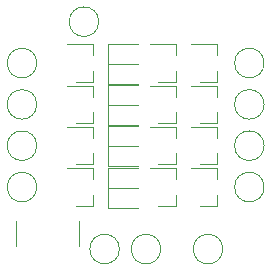
<source format=gto>
%TF.GenerationSoftware,KiCad,Pcbnew,(5.1.9)-1*%
%TF.CreationDate,2022-09-16T17:22:15+02:00*%
%TF.ProjectId,increment,696e6372-656d-4656-9e74-2e6b69636164,rev?*%
%TF.SameCoordinates,Original*%
%TF.FileFunction,Legend,Top*%
%TF.FilePolarity,Positive*%
%FSLAX46Y46*%
G04 Gerber Fmt 4.6, Leading zero omitted, Abs format (unit mm)*
G04 Created by KiCad (PCBNEW (5.1.9)-1) date 2022-09-16 17:22:15*
%MOMM*%
%LPD*%
G01*
G04 APERTURE LIST*
%ADD10C,0.120000*%
%ADD11R,0.600000X0.450000*%
%ADD12R,0.900000X0.800000*%
%ADD13C,2.000000*%
%ADD14R,0.900000X0.900000*%
G04 APERTURE END LIST*
D10*
%TO.C,D8*%
X152500000Y-101550000D02*
X152500000Y-103250000D01*
X152500000Y-103250000D02*
X155050000Y-103250000D01*
X152500000Y-101550000D02*
X155050000Y-101550000D01*
%TO.C,D7*%
X152500000Y-99850000D02*
X152500000Y-101550000D01*
X152500000Y-101550000D02*
X155050000Y-101550000D01*
X152500000Y-99850000D02*
X155050000Y-99850000D01*
%TO.C,D6*%
X152500000Y-98050000D02*
X152500000Y-99750000D01*
X152500000Y-99750000D02*
X155050000Y-99750000D01*
X152500000Y-98050000D02*
X155050000Y-98050000D01*
%TO.C,D5*%
X152500000Y-96350000D02*
X152500000Y-98050000D01*
X152500000Y-98050000D02*
X155050000Y-98050000D01*
X152500000Y-96350000D02*
X155050000Y-96350000D01*
%TO.C,D4*%
X152500000Y-94550000D02*
X152500000Y-96250000D01*
X152500000Y-96250000D02*
X155050000Y-96250000D01*
X152500000Y-94550000D02*
X155050000Y-94550000D01*
%TO.C,D3*%
X152500000Y-92850000D02*
X152500000Y-94550000D01*
X152500000Y-94550000D02*
X155050000Y-94550000D01*
X152500000Y-92850000D02*
X155050000Y-92850000D01*
%TO.C,D2*%
X152500000Y-91050000D02*
X152500000Y-92750000D01*
X152500000Y-92750000D02*
X155050000Y-92750000D01*
X152500000Y-91050000D02*
X155050000Y-91050000D01*
%TO.C,D1*%
X152500000Y-89350000D02*
X152500000Y-91050000D01*
X152500000Y-91050000D02*
X155050000Y-91050000D01*
X152500000Y-89350000D02*
X155050000Y-89350000D01*
%TO.C,Q12*%
X161760000Y-103080000D02*
X161760000Y-102150000D01*
X161760000Y-99920000D02*
X161760000Y-100850000D01*
X161760000Y-99920000D02*
X159600000Y-99920000D01*
X161760000Y-103080000D02*
X160300000Y-103080000D01*
%TO.C,Q11*%
X161760000Y-99580000D02*
X161760000Y-98650000D01*
X161760000Y-96420000D02*
X161760000Y-97350000D01*
X161760000Y-96420000D02*
X159600000Y-96420000D01*
X161760000Y-99580000D02*
X160300000Y-99580000D01*
%TO.C,Q10*%
X161760000Y-96080000D02*
X161760000Y-95150000D01*
X161760000Y-92920000D02*
X161760000Y-93850000D01*
X161760000Y-92920000D02*
X159600000Y-92920000D01*
X161760000Y-96080000D02*
X160300000Y-96080000D01*
%TO.C,Q9*%
X161760000Y-92580000D02*
X161760000Y-91650000D01*
X161760000Y-89420000D02*
X161760000Y-90350000D01*
X161760000Y-89420000D02*
X159600000Y-89420000D01*
X161760000Y-92580000D02*
X160300000Y-92580000D01*
%TO.C,Q8*%
X158260000Y-103080000D02*
X158260000Y-102150000D01*
X158260000Y-99920000D02*
X158260000Y-100850000D01*
X158260000Y-99920000D02*
X156100000Y-99920000D01*
X158260000Y-103080000D02*
X156800000Y-103080000D01*
%TO.C,Q7*%
X158260000Y-99580000D02*
X158260000Y-98650000D01*
X158260000Y-96420000D02*
X158260000Y-97350000D01*
X158260000Y-96420000D02*
X156100000Y-96420000D01*
X158260000Y-99580000D02*
X156800000Y-99580000D01*
%TO.C,Q6*%
X158260000Y-96080000D02*
X158260000Y-95150000D01*
X158260000Y-92920000D02*
X158260000Y-93850000D01*
X158260000Y-92920000D02*
X156100000Y-92920000D01*
X158260000Y-96080000D02*
X156800000Y-96080000D01*
%TO.C,Q5*%
X158260000Y-92580000D02*
X158260000Y-91650000D01*
X158260000Y-89420000D02*
X158260000Y-90350000D01*
X158260000Y-89420000D02*
X156100000Y-89420000D01*
X158260000Y-92580000D02*
X156800000Y-92580000D01*
%TO.C,Q4*%
X151260000Y-103080000D02*
X151260000Y-102150000D01*
X151260000Y-99920000D02*
X151260000Y-100850000D01*
X151260000Y-99920000D02*
X149100000Y-99920000D01*
X151260000Y-103080000D02*
X149800000Y-103080000D01*
%TO.C,Q3*%
X151260000Y-99580000D02*
X151260000Y-98650000D01*
X151260000Y-96420000D02*
X151260000Y-97350000D01*
X151260000Y-96420000D02*
X149100000Y-96420000D01*
X151260000Y-99580000D02*
X149800000Y-99580000D01*
%TO.C,Q2*%
X151260000Y-96080000D02*
X151260000Y-95150000D01*
X151260000Y-92920000D02*
X151260000Y-93850000D01*
X151260000Y-92920000D02*
X149100000Y-92920000D01*
X151260000Y-96080000D02*
X149800000Y-96080000D01*
%TO.C,Q1*%
X151260000Y-92580000D02*
X151260000Y-91650000D01*
X151260000Y-89420000D02*
X151260000Y-90350000D01*
X151260000Y-89420000D02*
X149100000Y-89420000D01*
X151260000Y-92580000D02*
X149800000Y-92580000D01*
%TO.C,TP12*%
X165751000Y-101500000D02*
G75*
G03*
X165751000Y-101500000I-1251000J0D01*
G01*
%TO.C,TP11*%
X165751000Y-98000000D02*
G75*
G03*
X165751000Y-98000000I-1251000J0D01*
G01*
%TO.C,TP10*%
X165751000Y-94500000D02*
G75*
G03*
X165751000Y-94500000I-1251000J0D01*
G01*
%TO.C,TP9*%
X165751000Y-91000000D02*
G75*
G03*
X165751000Y-91000000I-1251000J0D01*
G01*
%TO.C,TP8*%
X162251000Y-106750000D02*
G75*
G03*
X162251000Y-106750000I-1251000J0D01*
G01*
%TO.C,TP7*%
X157001000Y-106750000D02*
G75*
G03*
X157001000Y-106750000I-1251000J0D01*
G01*
%TO.C,TP6*%
X151751000Y-87500000D02*
G75*
G03*
X151751000Y-87500000I-1251000J0D01*
G01*
%TO.C,TP5*%
X153501000Y-106750000D02*
G75*
G03*
X153501000Y-106750000I-1251000J0D01*
G01*
%TO.C,TP4*%
X146501000Y-101500000D02*
G75*
G03*
X146501000Y-101500000I-1251000J0D01*
G01*
%TO.C,TP3*%
X146501000Y-98000000D02*
G75*
G03*
X146501000Y-98000000I-1251000J0D01*
G01*
%TO.C,TP2*%
X146501000Y-94500000D02*
G75*
G03*
X146501000Y-94500000I-1251000J0D01*
G01*
%TO.C,TP1*%
X146501000Y-91000000D02*
G75*
G03*
X146501000Y-91000000I-1251000J0D01*
G01*
%TO.C,RN1*%
X150070000Y-104350000D02*
X150070000Y-106450000D01*
X144730000Y-104350000D02*
X144730000Y-106450000D01*
%TD*%
%LPC*%
D11*
%TO.C,D8*%
X155050000Y-102400000D03*
X152950000Y-102400000D03*
%TD*%
%TO.C,D7*%
X155050000Y-100700000D03*
X152950000Y-100700000D03*
%TD*%
%TO.C,D6*%
X155050000Y-98900000D03*
X152950000Y-98900000D03*
%TD*%
%TO.C,D5*%
X155050000Y-97200000D03*
X152950000Y-97200000D03*
%TD*%
%TO.C,D4*%
X155050000Y-95400000D03*
X152950000Y-95400000D03*
%TD*%
%TO.C,D3*%
X155050000Y-93700000D03*
X152950000Y-93700000D03*
%TD*%
%TO.C,D2*%
X155050000Y-91900000D03*
X152950000Y-91900000D03*
%TD*%
%TO.C,D1*%
X155050000Y-90200000D03*
X152950000Y-90200000D03*
%TD*%
D12*
%TO.C,Q12*%
X162000000Y-101500000D03*
X160000000Y-102450000D03*
X160000000Y-100550000D03*
%TD*%
%TO.C,Q11*%
X162000000Y-98000000D03*
X160000000Y-98950000D03*
X160000000Y-97050000D03*
%TD*%
%TO.C,Q10*%
X162000000Y-94500000D03*
X160000000Y-95450000D03*
X160000000Y-93550000D03*
%TD*%
%TO.C,Q9*%
X162000000Y-91000000D03*
X160000000Y-91950000D03*
X160000000Y-90050000D03*
%TD*%
%TO.C,Q8*%
X158500000Y-101500000D03*
X156500000Y-102450000D03*
X156500000Y-100550000D03*
%TD*%
%TO.C,Q7*%
X158500000Y-98000000D03*
X156500000Y-98950000D03*
X156500000Y-97050000D03*
%TD*%
%TO.C,Q6*%
X158500000Y-94500000D03*
X156500000Y-95450000D03*
X156500000Y-93550000D03*
%TD*%
%TO.C,Q5*%
X158500000Y-91000000D03*
X156500000Y-91950000D03*
X156500000Y-90050000D03*
%TD*%
%TO.C,Q4*%
X151500000Y-101500000D03*
X149500000Y-102450000D03*
X149500000Y-100550000D03*
%TD*%
%TO.C,Q3*%
X151500000Y-98000000D03*
X149500000Y-98950000D03*
X149500000Y-97050000D03*
%TD*%
%TO.C,Q2*%
X151500000Y-94500000D03*
X149500000Y-95450000D03*
X149500000Y-93550000D03*
%TD*%
%TO.C,Q1*%
X151500000Y-91000000D03*
X149500000Y-91950000D03*
X149500000Y-90050000D03*
%TD*%
D13*
%TO.C,TP12*%
X164500000Y-101500000D03*
%TD*%
%TO.C,TP11*%
X164500000Y-98000000D03*
%TD*%
%TO.C,TP10*%
X164500000Y-94500000D03*
%TD*%
%TO.C,TP9*%
X164500000Y-91000000D03*
%TD*%
%TO.C,TP8*%
X161000000Y-106750000D03*
%TD*%
%TO.C,TP7*%
X155750000Y-106750000D03*
%TD*%
%TO.C,TP6*%
X150500000Y-87500000D03*
%TD*%
%TO.C,TP5*%
X152250000Y-106750000D03*
%TD*%
%TO.C,TP4*%
X145250000Y-101500000D03*
%TD*%
%TO.C,TP3*%
X145250000Y-98000000D03*
%TD*%
%TO.C,TP2*%
X145250000Y-94500000D03*
%TD*%
%TO.C,TP1*%
X145250000Y-91000000D03*
%TD*%
D14*
%TO.C,RN1*%
X148060000Y-103900000D03*
X149400000Y-103900000D03*
X145400000Y-103900000D03*
X146740000Y-103900000D03*
X148060000Y-106900000D03*
X146740000Y-106900000D03*
X149400000Y-106900000D03*
X145400000Y-106900000D03*
%TD*%
M02*

</source>
